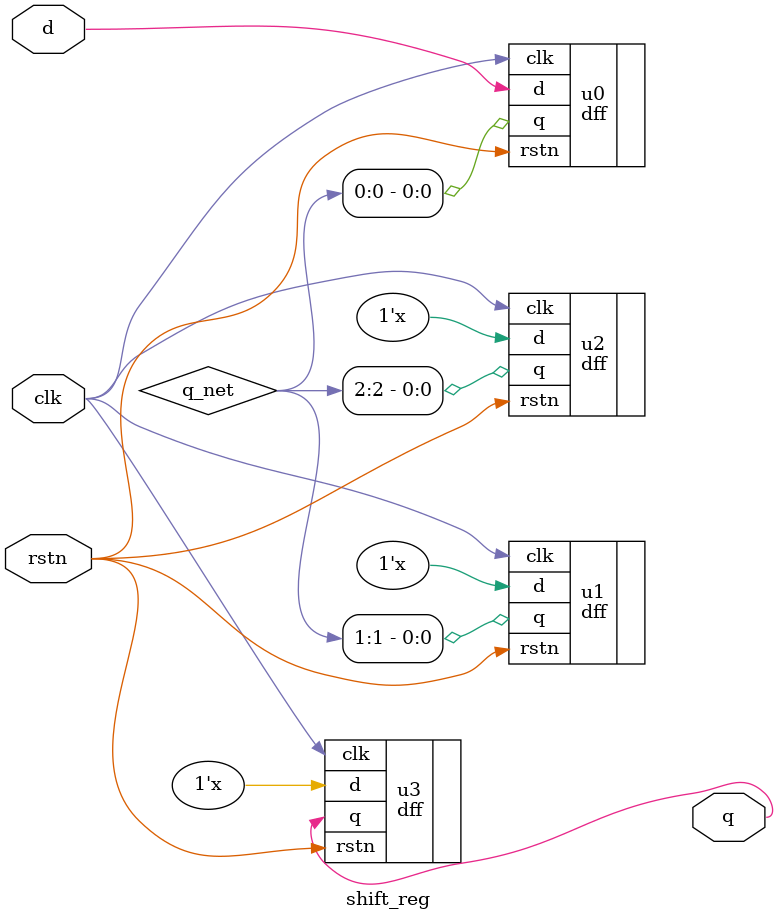
<source format=v>
module shift_reg ( input d,
                   input clk,
                   input rstn,
                  output q);
  wire [2:0] q_net;
  dff u0 (.d(d), .clk(clk), .rstn(rstn), .q(q_net[0]));
  dff u1 (.d(d_net[0]), .clk(clk), .rstn(rstn), .q(q_net[1]));
  dff u2 (.d(d_net[1]), .clk(clk), .rstn(rstn), .q(q_net[2]));
  dff u3 (.d(d_net[2]), .clk(clk), .rstn(rstn), .q(q));
  
endmodule
</source>
